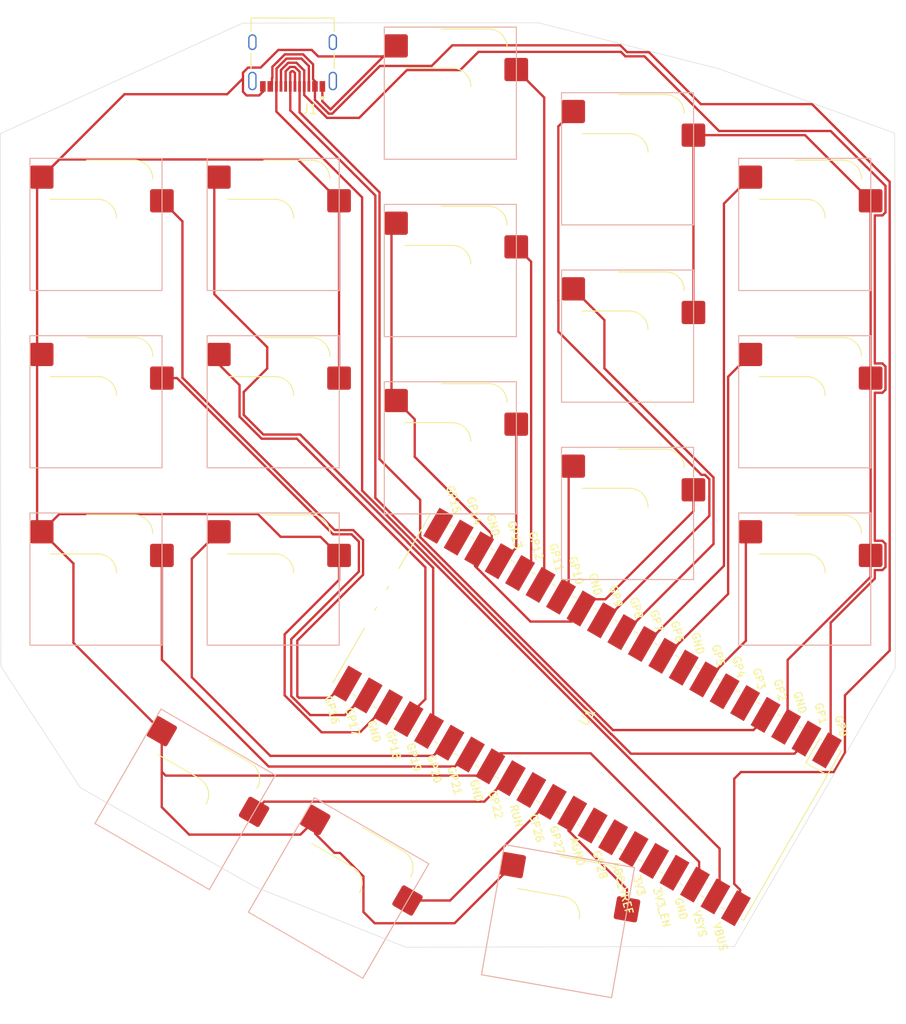
<source format=kicad_pcb>
(kicad_pcb (version 20221018) (generator pcbnew)
  (layers (0 "F.Cu" signal) (31 "B.Cu" signal) (34 "B.Paste" user) (35 "F.Paste" user) (36 "B.SilkS" user "B.Silkscreen") (37 "F.SilkS" user "F.Silkscreen") (38 "B.Mask" user) (39 "F.Mask" user) (44 "Edge.Cuts" user))
  (net 0 "")
  (net 1 "9")
  (net 2 "10")
  (net 3 "11")
  (net 4 "13")
  (net 5 "16")
  (net 6 "17")
  (net 7 "18")
  (net 8 "19")
  (net 9 "20")
  (net 10 "27")
  (net 11 "28")
  (net 12 "21")
  (net 13 "22")
  (net 14 "26")
  (net 15 "GND")
  (net 16 "3v3")
  (net 22 "0")
  (net 23 "1")
  (net 24 "3")
  (net 25 "4")
  (net 26 "6")
  (net 27 "7")
  (net 28 "8")
  (net 29 "5")
  (net 30 "2")
  (net 32 "15")
  (net 33 "14")
  (net 34 "12")
  (net 35 "VSYS")
  (net 36 "Net-(J1-SHIELD-PadS1)")
  (footprint "MCU_RaspberryPi_and_Boards:RPi_Pico_SMD_TH_NO_HOLES" (layer "F.Cu") (at 164.921947 108.534888 -120)
    (fp_text reference "U1")
    (fp_text value "Pico")
  )
  (footprint "TypeC:HRO_TYPE-C-31-M-12" (layer "F.Cu") (at 133.265 36.04 180)
    (fp_text reference "J1")
    (fp_text value "TYPE-C-31-M-12")
  )
  (footprint "ScottoKeebs_Hotswap:Hotswap_MX_1.00u" (layer "B.Cu") (at 188.325 55.617944 180)
    (fp_text reference "SW3" hide)
    (fp_text value "CherryMX" hide)
  )
  (footprint "ScottoKeebs_Hotswap:Hotswap_MX_1.00u" (layer "B.Cu") (at 188.325 74.667944 180)
    (fp_text reference "SW4" hide)
    (fp_text value "CherryMX" hide)
  )
  (footprint "ScottoKeebs_Hotswap:Hotswap_MX_1.00u" (layer "B.Cu") (at 188.325 93.717944 180)
    (fp_text reference "SW5" hide)
    (fp_text value "CherryMX" hide)
  )
  (footprint "ScottoKeebs_Hotswap:Hotswap_MX_1.00u" (layer "B.Cu") (at 169.275 48.567944 180)
    (fp_text reference "SW6" hide)
    (fp_text value "CherryMX" hide)
  )
  (footprint "ScottoKeebs_Hotswap:Hotswap_MX_1.00u" (layer "B.Cu") (at 169.275 67.617944 180)
    (fp_text reference "SW7" hide)
    (fp_text value "CherryMX" hide)
  )
  (footprint "ScottoKeebs_Hotswap:Hotswap_MX_1.00u" (layer "B.Cu") (at 169.275 86.667944 180)
    (fp_text reference "SW8" hide)
    (fp_text value "CherryMX" hide)
  )
  (footprint "ScottoKeebs_Hotswap:Hotswap_MX_1.00u" (layer "B.Cu") (at 150.225 41.517944 180)
    (fp_text reference "SW9" hide)
    (fp_text value "CherryMX" hide)
  )
  (footprint "ScottoKeebs_Hotswap:Hotswap_MX_1.00u" (layer "B.Cu") (at 150.225 60.567944 180)
    (fp_text reference "SW10" hide)
    (fp_text value "CherryMX" hide)
  )
  (footprint "ScottoKeebs_Hotswap:Hotswap_MX_1.00u" (layer "B.Cu") (at 150.225 79.617944 180)
    (fp_text reference "SW11" hide)
    (fp_text value "CherryMX" hide)
  )
  (footprint "ScottoKeebs_Hotswap:Hotswap_MX_1.00u" (layer "B.Cu") (at 131.175 55.617944 180)
    (fp_text reference "SW13" hide)
    (fp_text value "CherryMX" hide)
  )
  (footprint "ScottoKeebs_Hotswap:Hotswap_MX_1.00u" (layer "B.Cu") (at 131.175 74.667944 180)
    (fp_text reference "SW14" hide)
    (fp_text value "CherryMX" hide)
  )
  (footprint "ScottoKeebs_Hotswap:Hotswap_MX_1.00u" (layer "B.Cu") (at 131.175 93.717944 180)
    (fp_text reference "SW15" hide)
    (fp_text value "CherryMX" hide)
  )
  (footprint "ScottoKeebs_Hotswap:Hotswap_MX_1.00u" (layer "B.Cu") (at 138.212357 126.907511 150)
    (fp_text reference "SW16" hide)
    (fp_text value "CherryMX" hide)
  )
  (footprint "ScottoKeebs_Hotswap:Hotswap_MX_1.00u" (layer "B.Cu") (at 112.125 55.617944 180)
    (fp_text reference "SW17" hide)
    (fp_text value "CherryMX" hide)
  )
  (footprint "ScottoKeebs_Hotswap:Hotswap_MX_1.00u" (layer "B.Cu") (at 112.125 74.667944 180)
    (fp_text reference "SW18" hide)
    (fp_text value "CherryMX" hide)
  )
  (footprint "ScottoKeebs_Hotswap:Hotswap_MX_1.00u" (layer "B.Cu") (at 112.125 93.717944 180)
    (fp_text reference "SW19" hide)
    (fp_text value "CherryMX" hide)
  )
  (footprint "ScottoKeebs_Hotswap:Hotswap_MX_1.00u" (layer "B.Cu") (at 121.714573 117.382511 150)
    (fp_text reference "SW20" hide)
    (fp_text value "CherryMX" hide)
  )
  (footprint "ScottoKeebs_Hotswap:Hotswap_MX_1.00u" (layer "B.Cu") (at 161.797177 130.467867 170)
    (fp_text reference "SW1" hide)
    (fp_text value "CherryMX" hide)
  )
  (gr_poly (pts (xy 198 45.82) (xy 179 38.86) (xy 178.93 38.86) (xy 159.76 33.962944) (xy 140.76 33.962944) (xy 127.89 33.99) (xy 101.83 45.872944) (xy 101.9 103.092944) (xy 110.43 116.12) (xy 129.22 126.78) (xy 145.44 133.27) (xy 180.76 133.19) (xy 198.05 103.28) (xy 198.1 84.36)) (stroke (width 0.05)) (fill none) (layer "Edge.Cuts"))
  (segment (start 161.84 63.790044) (end 161.84 67.14) (width 0.25) (layer "F.Cu") (net 1))
  (segment (start 161.84 67.14) (end 177.22 82.52) (width 0.25) (layer "F.Cu") (net 1))
  (segment (start 178.07 82.992844) (end 178.07 86.928312) (width 0.25) (layer "F.Cu") (net 1))
  (segment (start 161.833 63.783044) (end 161.84 63.790044) (width 0.25) (layer "F.Cu") (net 1))
  (segment (start 161.833 45.087944) (end 161.833 63.783044) (width 0.25) (layer "F.Cu") (net 1))
  (segment (start 163.433 43.487944) (end 161.833 45.087944) (width 0.25) (layer "F.Cu") (net 1))
  (segment (start 177.22 82.52) (end 177.597156 82.52) (width 0.25) (layer "F.Cu") (net 1))
  (segment (start 178.07 86.928312) (end 166.06739 98.930922) (width 0.25) (layer "F.Cu") (net 1))
  (segment (start 177.597156 82.52) (end 178.07 82.992844) (width 0.25) (layer "F.Cu") (net 1))
  (segment (start 162.945 95.113903) (end 161.667981 96.390922) (width 0.25) (layer "F.Cu") (net 2))
  (segment (start 163.433 81.587944) (end 162.945 82.075944) (width 0.25) (layer "F.Cu") (net 2))
  (segment (start 162.945 82.075944) (end 162.945 95.113903) (width 0.25) (layer "F.Cu") (net 2))
  (segment (start 157.31 38.977944) (end 160.318277 41.986221) (width 0.25) (layer "F.Cu") (net 3))
  (segment (start 160.318277 41.986221) (end 160.318277 94.270922) (width 0.25) (layer "F.Cu") (net 3))
  (segment (start 160.318277 94.270922) (end 159.468277 95.120922) (width 0.25) (layer "F.Cu") (net 3))
  (segment (start 157.31 77.077944) (end 157.31 90.33979) (width 0.25) (layer "F.Cu") (net 4))
  (segment (start 157.31 90.33979) (end 155.068868 92.580922) (width 0.25) (layer "F.Cu") (net 4))
  (segment (start 133.77 100.33) (end 133.77 106.297208) (width 0.25) (layer "F.Cu") (net 5))
  (segment (start 133.77 106.297208) (end 133.942792 106.47) (width 0.25) (layer "F.Cu") (net 5))
  (segment (start 137.278608 106.47) (end 139.579754 104.168854) (width 0.25) (layer "F.Cu") (net 5))
  (segment (start 139.786396 88.46) (end 140.84 89.513604) (width 0.25) (layer "F.Cu") (net 5))
  (segment (start 121.42 72.08) (end 137.8 88.46) (width 0.25) (layer "F.Cu") (net 5))
  (segment (start 140.84 93.26) (end 133.77 100.33) (width 0.25) (layer "F.Cu") (net 5))
  (segment (start 133.942792 106.47) (end 137.278608 106.47) (width 0.25) (layer "F.Cu") (net 5))
  (segment (start 137.8 88.46) (end 139.786396 88.46) (width 0.25) (layer "F.Cu") (net 5))
  (segment (start 140.84 89.513604) (end 140.84 93.26) (width 0.25) (layer "F.Cu") (net 5))
  (segment (start 121.42 55.287944) (end 121.42 72.08) (width 0.25) (layer "F.Cu") (net 5))
  (segment (start 119.21 53.077944) (end 121.42 55.287944) (width 0.25) (layer "F.Cu") (net 5))
  (segment (start 133.12 100.18) (end 133.12 106.283604) (width 0.25) (layer "F.Cu") (net 6))
  (segment (start 139.6 88.91) (end 140.39 89.7) (width 0.25) (layer "F.Cu") (net 6))
  (segment (start 135.166396 108.33) (end 138.888313 108.33) (width 0.25) (layer "F.Cu") (net 6))
  (segment (start 133.12 106.283604) (end 135.166396 108.33) (width 0.25) (layer "F.Cu") (net 6))
  (segment (start 138.888313 108.33) (end 141.779459 105.438854) (width 0.25) (layer "F.Cu") (net 6))
  (segment (start 119.21 72.127944) (end 120.831548 72.127944) (width 0.25) (layer "F.Cu") (net 6))
  (segment (start 120.831548 72.127944) (end 137.613604 88.91) (width 0.25) (layer "F.Cu") (net 6))
  (segment (start 137.613604 88.91) (end 139.6 88.91) (width 0.25) (layer "F.Cu") (net 6))
  (segment (start 140.39 89.7) (end 140.39 92.91) (width 0.25) (layer "F.Cu") (net 6))
  (segment (start 140.39 92.91) (end 133.12 100.18) (width 0.25) (layer "F.Cu") (net 6))
  (segment (start 127.56 76.266396) (end 127.56 72.88) (width 0.25) (layer "F.Cu") (net 7))
  (segment (start 147.54 106.617722) (end 147.54 92.46) (width 0.25) (layer "F.Cu") (net 7))
  (segment (start 127.56 72.88) (end 125.333 70.653) (width 0.25) (layer "F.Cu") (net 7))
  (segment (start 147.54 92.46) (end 133.72 78.64) (width 0.25) (layer "F.Cu") (net 7))
  (segment (start 125.333 70.653) (end 125.333 69.587944) (width 0.25) (layer "F.Cu") (net 7))
  (segment (start 133.72 78.64) (end 129.933604 78.64) (width 0.25) (layer "F.Cu") (net 7))
  (segment (start 146.178868 107.978854) (end 147.54 106.617722) (width 0.25) (layer "F.Cu") (net 7))
  (segment (start 129.933604 78.64) (end 127.56 76.266396) (width 0.25) (layer "F.Cu") (net 7))
  (segment (start 130.535 71.095) (end 128.01 73.62) (width 0.25) (layer "F.Cu") (net 8))
  (segment (start 145.633632 89.743632) (end 145.633632 89.775851) (width 0.25) (layer "F.Cu") (net 8))
  (segment (start 125.333 50.537944) (end 124.845 51.025944) (width 0.25) (layer "F.Cu") (net 8))
  (segment (start 130.535 68.800938) (end 130.535 71.095) (width 0.25) (layer "F.Cu") (net 8))
  (segment (start 124.845 51.025944) (end 124.845 63.110938) (width 0.25) (layer "F.Cu") (net 8))
  (segment (start 128.01 76.08) (end 130.12 78.19) (width 0.25) (layer "F.Cu") (net 8))
  (segment (start 124.845 63.110938) (end 130.535 68.800938) (width 0.25) (layer "F.Cu") (net 8))
  (segment (start 145.633632 89.775851) (end 148.378572 92.520791) (width 0.25) (layer "F.Cu") (net 8))
  (segment (start 130.12 78.19) (end 134.08 78.19) (width 0.25) (layer "F.Cu") (net 8))
  (segment (start 148.378572 92.520791) (end 148.378572 109.248854) (width 0.25) (layer "F.Cu") (net 8))
  (segment (start 128.01 73.62) (end 128.01 76.08) (width 0.25) (layer "F.Cu") (net 8))
  (segment (start 134.08 78.19) (end 145.633632 89.743632) (width 0.25) (layer "F.Cu") (net 8))
  (segment (start 122.425472 104.265472) (end 130.87 112.71) (width 0.25) (layer "F.Cu") (net 9))
  (segment (start 148.387131 112.71) (end 150.578277 110.518854) (width 0.25) (layer "F.Cu") (net 9))
  (segment (start 130.87 112.71) (end 148.387131 112.71) (width 0.25) (layer "F.Cu") (net 9))
  (segment (start 125.333 88.637944) (end 122.425472 91.545472) (width 0.25) (layer "F.Cu") (net 9))
  (segment (start 122.425472 91.545472) (end 122.425472 104.265472) (width 0.25) (layer "F.Cu") (net 9))
  (segment (start 162.926504 120.749859) (end 162.926504 118.988854) (width 0.25) (layer "F.Cu") (net 10))
  (segment (start 169.215606 127.038961) (end 162.926504 120.749859) (width 0.25) (layer "F.Cu") (net 10))
  (segment (start 169.215606 129.196753) (end 169.215606 127.038961) (width 0.25) (layer "F.Cu") (net 10))
  (segment (start 162.926504 118.988854) (end 163.776504 118.138854) (width 0.25) (layer "F.Cu") (net 10))
  (segment (start 119.21 102.38) (end 119.21 91.177944) (width 0.25) (layer "F.Cu") (net 12))
  (segment (start 130.69 113.86) (end 119.21 102.38) (width 0.25) (layer "F.Cu") (net 12))
  (segment (start 150.706835 113.86) (end 130.69 113.86) (width 0.25) (layer "F.Cu") (net 12))
  (segment (start 152.777981 111.788854) (end 150.706835 113.86) (width 0.25) (layer "F.Cu") (net 12))
  (segment (start 153.875385 117.630859) (end 157.17739 114.328854) (width 0.25) (layer "F.Cu") (net 13))
  (segment (start 130.21481 117.630859) (end 153.875385 117.630859) (width 0.25) (layer "F.Cu") (net 13))
  (segment (start 129.120363 118.725306) (end 130.21481 117.630859) (width 0.25) (layer "F.Cu") (net 13))
  (segment (start 150.195347 128.250306) (end 161.576799 116.868854) (width 0.25) (layer "F.Cu") (net 14))
  (segment (start 145.618147 128.250306) (end 150.195347 128.250306) (width 0.25) (layer "F.Cu") (net 14))
  (segment (start 144.383 55.487944) (end 143.895 55.975944) (width 0.25) (layer "F.Cu") (net 15))
  (segment (start 150.679143 130.697511) (end 142.093999 130.697511) (width 0.25) (layer "F.Cu") (net 15))
  (segment (start 140.881914 129.485426) (end 140.881914 125.660016) (width 0.25) (layer "F.Cu") (net 15))
  (segment (start 146.395 76.549944) (end 146.395 80.585) (width 0.25) (layer "F.Cu") (net 15))
  (segment (start 136.465 42.395) (end 137.34 43.27) (width 0.25) (layer "F.Cu") (net 15))
  (segment (start 109.7 92.054944) (end 109.7 100.566849) (width 0.25) (layer "F.Cu") (net 15))
  (segment (start 135.693037 121.065493) (end 135.693037 119.587102) (width 0.25) (layer "F.Cu") (net 15))
  (segment (start 195.41 93.480711) (end 186.486974 102.403737) (width 0.25) (layer "F.Cu") (net 15))
  (segment (start 138.26 53.077944) (end 133.82 48.637944) (width 0.25) (layer "F.Cu") (net 15))
  (segment (start 142.093999 130.697511) (end 140.881914 129.485426) (width 0.25) (layer "F.Cu") (net 15))
  (segment (start 127.93 39.93) (end 127.93 39.31) (width 0.25) (layer "F.Cu") (net 15))
  (segment (start 130.065 40.79) (end 130.065 41.365) (width 0.25) (layer "F.Cu") (net 15))
  (segment (start 138.26 53.077944) (end 138.26 72.127944) (width 0.25) (layer "F.Cu") (net 15))
  (segment (start 144.172056 36.437944) (end 144.383 36.437944) (width 0.25) (layer "F.Cu") (net 15))
  (segment (start 158.839248 98.283165) (end 163.245443 98.283165) (width 0.25) (layer "F.Cu") (net 15))
  (segment (start 136.465 40.79) (end 136.465 42.395) (width 0.25) (layer "F.Cu") (net 15))
  (segment (start 122.145816 121.172511) (end 119.195253 118.221948) (width 0.25) (layer "F.Cu") (net 15))
  (segment (start 153.202719 114.833821) (end 119.619074 114.833821) (width 0.25) (layer "F.Cu") (net 15))
  (segment (start 132.41 99.65) (end 132.41 106.21) (width 0.25) (layer "F.Cu") (net 15))
  (segment (start 195.41 53.077944) (end 188.36 46.027944) (width 0.25) (layer "F.Cu") (net 15))
  (segment (start 152.869163 92.31308) (end 158.839248 98.283165) (width 0.25) (layer "F.Cu") (net 15))
  (segment (start 134.107628 121.172511) (end 122.145816 121.172511) (width 0.25) (layer "F.Cu") (net 15))
  (segment (start 163.245443 98.283165) (end 163.867686 97.660922) (width 0.25) (layer "F.Cu") (net 15))
  (segment (start 127.93 41.37) (end 127.93 39.93) (width 0.25) (layer "F.Cu") (net 15))
  (segment (start 143.250944 37.57) (end 144.383 36.437944) (width 0.25) (layer "F.Cu") (net 15))
  (segment (start 131.73 36.87) (end 135.32 36.87) (width 0.25) (layer "F.Cu") (net 15))
  (segment (start 140.881914 125.660016) (end 138.36 123.138102) (width 0.25) (layer "F.Cu") (net 15))
  (segment (start 176.36 86.430711) (end 166.904756 95.885955) (width 0.25) (layer "F.Cu") (net 15))
  (segment (start 140.508017 110.18) (end 143.979163 106.708854) (width 0.25) (layer "F.Cu") (net 15))
  (segment (start 108.183 86.737944) (end 106.283 88.637944) (width 0.25) (layer "F.Cu") (net 15))
  (segment (start 128.32 41.76) (end 127.93 41.37) (width 0.25) (layer "F.Cu") (net 15))
  (segment (start 135.693037 119.587102) (end 134.107628 121.172511) (width 0.25) (layer "F.Cu") (net 15))
  (segment (start 105.795 70.075944) (end 105.795 88.149944) (width 0.25) (layer "F.Cu") (net 15))
  (segment (start 106.283 69.587944) (end 105.795 70.075944) (width 0.25) (layer "F.Cu") (net 15))
  (segment (start 108.183 48.637944) (end 106.283 50.537944) (width 0.25) (layer "F.Cu") (net 15))
  (segment (start 195.41 91.177944) (end 195.41 72.127944) (width 0.25) (layer "F.Cu") (net 15))
  (segment (start 154.977686 113.058854) (end 155.599929 112.436611) (width 0.25) (layer "F.Cu") (net 15))
  (segment (start 119.619074 114.833821) (end 119.195253 114.41) (width 0.25) (layer "F.Cu") (net 15))
  (segment (start 119.195253 114.41) (end 119.195253 110.062102) (width 0.25) (layer "F.Cu") (net 15))
  (segment (start 133.82 48.637944) (end 108.183 48.637944) (width 0.25) (layer "F.Cu") (net 15))
  (segment (start 126.23 41.63) (end 127.93 39.93) (width 0.25) (layer "F.Cu") (net 15))
  (segment (start 176.36 46.027944) (end 176.36 65.077944) (width 0.25) (layer "F.Cu") (net 15))
  (segment (start 176.974731 124.104731) (end 176.974731 125.758854) (width 0.25) (layer "F.Cu") (net 15))
  (segment (start 144.383 74.537944) (end 146.395 76.549944) (width 0.25) (layer "F.Cu") (net 15))
  (segment (start 129.67 41.76) (end 128.32 41.76) (width 0.25) (layer "F.Cu") (net 15))
  (segment (start 154.977686 113.058854) (end 153.202719 114.833821) (width 0.25) (layer "F.Cu") (net 15))
  (segment (start 188.36 46.027944) (end 176.36 46.027944) (width 0.25) (layer "F.Cu") (net 15))
  (segment (start 152.869163 91.310922) (end 152.869163 92.31308) (width 0.25) (layer "F.Cu") (net 15))
  (segment (start 105.795 51.025944) (end 105.795 69.099944) (width 0.25) (layer "F.Cu") (net 15))
  (segment (start 119.195253 118.221948) (end 119.195253 114.41) (width 0.25) (layer "F.Cu") (net 15))
  (segment (start 138.26 91.177944) (end 138.26 93.8) (width 0.25) (layer "F.Cu") (net 15))
  (segment (start 129.535152 86.737944) (end 108.183 86.737944) (width 0.25) (layer "F.Cu") (net 15))
  (segment (start 127.93 39.31) (end 128.47 38.77) (width 0.25) (layer "F.Cu") (net 15))
  (segment (start 136.262056 89.18) (end 131.977208 89.18) (width 0.25) (layer "F.Cu") (net 15))
  (segment (start 176.36 84.127944) (end 176.36 86.430711) (width 0.25) (layer "F.Cu") (net 15))
  (segment (start 186.486974 109.738679) (end 185.864731 110.360922) (width 0.25) (layer "F.Cu") (net 15))
  (segment (start 137.765646 123.138102) (end 135.693037 121.065493) (width 0.25) (layer "F.Cu") (net 15))
  (segment (start 136.02 37.57) (end 143.250944 37.57) (width 0.25) (layer "F.Cu") (net 15))
  (segment (start 154.67 89.510085) (end 152.869163 91.310922) (width 0.25) (layer "F.Cu") (net 15))
  (segment (start 105.795 69.099944) (end 106.283 69.587944) (width 0.25) (layer "F.Cu") (net 15))
  (segment (start 143.895 55.975944) (end 143.895 74.049944) (width 0.25) (layer "F.Cu") (net 15))
  (segment (start 195.41 91.177944) (end 195.41 93.480711) (width 0.25) (layer "F.Cu") (net 15))
  (segment (start 136.38 110.18) (end 140.508017 110.18) (width 0.25) (layer "F.Cu") (net 15))
  (segment (start 138.36 123.138102) (end 137.765646 123.138102) (width 0.25) (layer "F.Cu") (net 15))
  (segment (start 135.32 36.87) (end 136.02 37.57) (width 0.25) (layer "F.Cu") (net 15))
  (segment (start 143.895 74.049944) (end 144.383 74.537944) (width 0.25) (layer "F.Cu") (net 15))
  (segment (start 155.599929 112.436611) (end 165.306611 112.436611) (width 0.25) (layer "F.Cu") (net 15))
  (segment (start 132.41 106.21) (end 136.38 110.18) (width 0.25) (layer "F.Cu") (net 15))
  (segment (start 138.26 93.8) (end 132.41 99.65) (width 0.25) (layer "F.Cu") (net 15))
  (segment (start 106.283 50.537944) (end 105.795 51.025944) (width 0.25) (layer "F.Cu") (net 15))
  (segment (start 115.190944 41.63) (end 126.23 41.63) (width 0.25) (layer "F.Cu") (net 15))
  (segment (start 137.34 43.27) (end 144.172056 36.437944) (width 0.25) (layer "F.Cu") (net 15))
  (segment (start 138.26 91.177944) (end 136.262056 89.18) (width 0.25) (layer "F.Cu") (net 15))
  (segment (start 156.926063 124.450591) (end 150.679143 130.697511) (width 0.25) (layer "F.Cu") (net 15))
  (segment (start 165.306611 112.436611) (end 176.974731 124.104731) (width 0.25) (layer "F.Cu") (net 15))
  (segment (start 166.904756 95.885955) (end 165.642653 95.885955) (width 0.25) (layer "F.Cu") (net 15))
  (segment (start 128.47 38.77) (end 129.83 38.77) (width 0.25) (layer "F.Cu") (net 15))
  (segment (start 130.065 41.365) (end 129.67 41.76) (width 0.25) (layer "F.Cu") (net 15))
  (segment (start 129.83 38.77) (end 131.73 36.87) (width 0.25) (layer "F.Cu") (net 15))
  (segment (start 106.283 50.537944) (end 115.190944 41.63) (width 0.25) (layer "F.Cu") (net 15))
  (segment (start 146.395 80.585) (end 154.67 88.86) (width 0.25) (layer "F.Cu") (net 15))
  (segment (start 105.795 88.149944) (end 106.283 88.637944) (width 0.25) (layer "F.Cu") (net 15))
  (segment (start 106.283 88.637944) (end 109.7 92.054944) (width 0.25) (layer "F.Cu") (net 15))
  (segment (start 165.642653 95.885955) (end 163.867686 97.660922) (width 0.25) (layer "F.Cu") (net 15))
  (segment (start 195.41 72.127944) (end 195.41 53.077944) (width 0.25) (layer "F.Cu") (net 15))
  (segment (start 154.67 88.86) (end 154.67 89.510085) (width 0.25) (layer "F.Cu") (net 15))
  (segment (start 109.7 100.566849) (end 119.195253 110.062102) (width 0.25) (layer "F.Cu") (net 15))
  (segment (start 131.977208 89.18) (end 129.535152 86.737944) (width 0.25) (layer "F.Cu") (net 15))
  (segment (start 186.486974 102.403737) (end 186.486974 109.738679) (width 0.25) (layer "F.Cu") (net 15))
  (segment (start 171.574417 37.11) (end 169.23 37.11) (width 0.25) (layer "F.Cu") (net 16))
  (segment (start 181.37414 127.096773) (end 180.745 126.467633) (width 0.25) (layer "F.Cu") (net 16))
  (segment (start 177.162071 42.697654) (end 171.574417 37.11) (width 0.25) (layer "F.Cu") (net 16))
  (segment (start 169.23 37.11) (end 168.495 36.375) (width 0.25) (layer "F.Cu") (net 16))
  (segment (start 192.650262 112.371248) (end 192.650262 106.209738) (width 0.25) (layer "F.Cu") (net 16))
  (segment (start 197.46 51.04471) (end 189.112944 42.697654) (width 0.25) (layer "F.Cu") (net 16))
  (segment (start 197.46 101.4) (end 197.46 51.04471) (width 0.25) (layer "F.Cu") (net 16))
  (segment (start 135.465 38.419416) (end 135.465 40.028604) (width 0.25) (layer "F.Cu") (net 16))
  (segment (start 180.745 126.467633) (end 180.745 115.175) (width 0.25) (layer "F.Cu") (net 16))
  (segment (start 181.466689 114.453311) (end 191.446689 114.453311) (width 0.25) (layer "F.Cu") (net 16))
  (segment (start 131.04 40.615) (end 131.04 39.913604) (width 0.25) (layer "F.Cu") (net 16))
  (segment (start 131.09 38.684416) (end 132.424416 37.35) (width 0.25) (layer "F.Cu") (net 16))
  (segment (start 130.865 40.79) (end 131.04 40.615) (width 0.25) (layer "F.Cu") (net 16))
  (segment (start 135.665 40.228604) (end 135.665 40.79) (width 0.25) (layer "F.Cu") (net 16))
  (segment (start 189.112944 42.697654) (end 177.162071 42.697654) (width 0.25) (layer "F.Cu") (net 16))
  (segment (start 181.37414 128.298854) (end 181.37414 127.096773) (width 0.25) (layer "F.Cu") (net 16))
  (segment (start 150.43495 36.375) (end 148.21995 38.59) (width 0.25) (layer "F.Cu") (net 16))
  (segment (start 131.04 39.913604) (end 131.09 39.863604) (width 0.25) (layer "F.Cu") (net 16))
  (segment (start 192.650262 106.209738) (end 197.46 101.4) (width 0.25) (layer "F.Cu") (net 16))
  (segment (start 131.09 39.863604) (end 131.09 38.684416) (width 0.25) (layer "F.Cu") (net 16))
  (segment (start 134.395584 37.35) (end 135.465 38.419416) (width 0.25) (layer "F.Cu") (net 16))
  (segment (start 142.656396 38.59) (end 137.526396 43.72) (width 0.25) (layer "F.Cu") (net 16))
  (segment (start 135.465 40.028604) (end 135.665 40.228604) (width 0.25) (layer "F.Cu") (net 16))
  (segment (start 137.153604 43.72) (end 135.665 42.231396) (width 0.25) (layer "F.Cu") (net 16))
  (segment (start 180.745 115.175) (end 181.466689 114.453311) (width 0.25) (layer "F.Cu") (net 16))
  (segment (start 137.526396 43.72) (end 137.153604 43.72) (width 0.25) (layer "F.Cu") (net 16))
  (segment (start 148.21995 38.59) (end 142.656396 38.59) (width 0.25) (layer "F.Cu") (net 16))
  (segment (start 168.495 36.375) (end 150.43495 36.375) (width 0.25) (layer "F.Cu") (net 16))
  (segment (start 132.424416 37.35) (end 134.395584 37.35) (width 0.25) (layer "F.Cu") (net 16))
  (segment (start 135.665 42.231396) (end 135.665 40.79) (width 0.25) (layer "F.Cu") (net 16))
  (segment (start 191.446689 114.453311) (end 192.650262 112.371248) (width 0.25) (layer "F.Cu") (net 16))
  (segment (start 132.015 39.032208) (end 132.797208 38.25) (width 0.25) (layer "F.Cu") (net 22))
  (segment (start 195.86 54.652944) (end 195.86 70.552944) (width 0.25) (layer "F.Cu") (net 22))
  (segment (start 168.561548 37.077944) (end 169.043604 37.56) (width 0.25) (layer "F.Cu") (net 22))
  (segment (start 151.28 39.04) (end 153.242056 37.077944) (width 0.25) (layer "F.Cu") (net 22))
  (segment (start 136.967208 44.17) (end 140.42 44.17) (width 0.25) (layer "F.Cu") (net 22))
  (segment (start 134.515 40.79) (end 134.515 41.717792) (width 0.25) (layer "F.Cu") (net 22))
  (segment (start 191.11414 98.412967) (end 191.11414 112.050922) (width 0.25) (layer "F.Cu") (net 22))
  (segment (start 194.960641 49.420641) (end 197.01 51.47) (width 0.25) (layer "F.Cu") (net 22))
  (segment (start 196.6801 89.602944) (end 197.01 89.932844) (width 0.25) (layer "F.Cu") (net 22))
  (segment (start 196.6801 54.652944) (end 195.86 54.652944) (width 0.25) (layer "F.Cu") (net 22))
  (segment (start 140.42 44.17) (end 145.55 39.04) (width 0.25) (layer "F.Cu") (net 22))
  (segment (start 195.86 73.702944) (end 195.86 89.602944) (width 0.25) (layer "F.Cu") (net 22))
  (segment (start 196.6801 92.752944) (end 195.86 92.752944) (width 0.25) (layer "F.Cu") (net 22))
  (segment (start 197.01 51.47) (end 197.01 54.323044) (width 0.25) (layer "F.Cu") (net 22))
  (segment (start 195.86 70.552944) (end 196.6801 70.552944) (width 0.25) (layer "F.Cu") (net 22))
  (segment (start 179.111548 45.577944) (end 191.107303 45.577944) (width 0.25) (layer "F.Cu") (net 22))
  (segment (start 197.01 70.882844) (end 197.01 73.373044) (width 0.25) (layer "F.Cu") (net 22))
  (segment (start 197.01 54.323044) (end 196.6801 54.652944) (width 0.25) (layer "F.Cu") (net 22))
  (segment (start 133.682792 38.25) (end 134.515 39.082208) (width 0.25) (layer "F.Cu") (net 22))
  (segment (start 197.01 89.932844) (end 197.01 92.423044) (width 0.25) (layer "F.Cu") (net 22))
  (segment (start 132.797208 38.25) (end 133.682792 38.25) (width 0.25) (layer "F.Cu") (net 22))
  (segment (start 134.515 41.717792) (end 136.967208 44.17) (width 0.25) (layer "F.Cu") (net 22))
  (segment (start 134.515 39.082208) (end 134.515 40.79) (width 0.25) (layer "F.Cu") (net 22))
  (segment (start 195.86 92.752944) (end 195.86 93.667107) (width 0.25) (layer "F.Cu") (net 22))
  (segment (start 196.6801 73.702944) (end 195.86 73.702944) (width 0.25) (layer "F.Cu") (net 22))
  (segment (start 195.86 93.667107) (end 191.11414 98.412967) (width 0.25) (layer "F.Cu") (net 22))
  (segment (start 169.043604 37.56) (end 171.093604 37.56) (width 0.25) (layer "F.Cu") (net 22))
  (segment (start 196.6801 70.552944) (end 197.01 70.882844) (width 0.25) (layer "F.Cu") (net 22))
  (segment (start 197.01 92.423044) (end 196.6801 92.752944) (width 0.25) (layer "F.Cu") (net 22))
  (segment (start 191.107303 45.577944) (end 194.95 49.420641) (width 0.25) (layer "F.Cu") (net 22))
  (segment (start 191.11414 112.050922) (end 190.26414 112.900922) (width 0.25) (layer "F.Cu") (net 22))
  (segment (start 153.242056 37.077944) (end 168.561548 37.077944) (width 0.25) (layer "F.Cu") (net 22))
  (segment (start 145.55 39.04) (end 151.28 39.04) (width 0.25) (layer "F.Cu") (net 22))
  (segment (start 197.01 73.373044) (end 196.6801 73.702944) (width 0.25) (layer "F.Cu") (net 22))
  (segment (start 132.015 40.79) (end 132.015 39.032208) (width 0.25) (layer "F.Cu") (net 22))
  (segment (start 194.95 49.420641) (end 194.960641 49.420641) (width 0.25) (layer "F.Cu") (net 22))
  (segment (start 195.86 89.602944) (end 196.6801 89.602944) (width 0.25) (layer "F.Cu") (net 22))
  (segment (start 171.093604 37.56) (end 179.111548 45.577944) (width 0.25) (layer "F.Cu") (net 22))
  (segment (start 146.533632 89.403059) (end 146.533632 89.37084) (width 0.25) (layer "F.Cu") (net 23))
  (segment (start 142.16 84.997208) (end 142.16 52.505852) (width 0.25) (layer "F.Cu") (net 23))
  (segment (start 167.521495 110.390922) (end 146.533632 89.403059) (width 0.25) (layer "F.Cu") (net 23))
  (segment (start 187.214435 112.480922) (end 169.643714 112.480922) (width 0.25) (layer "F.Cu") (net 23))
  (segment (start 133.515 39.355) (end 133.515 40.79) (width 0.25) (layer "F.Cu") (net 23))
  (segment (start 167.553714 110.390922) (end 167.521495 110.390922) (width 0.25) (layer "F.Cu") (net 23))
  (segment (start 188.064435 111.630922) (end 187.214435 112.480922) (width 0.25) (layer "F.Cu") (net 23))
  (segment (start 142.16 52.505852) (end 133.015 43.360852) (width 0.25) (layer "F.Cu") (net 23))
  (segment (start 133.31 39.15) (end 133.515 39.355) (width 0.25) (layer "F.Cu") (net 23))
  (segment (start 169.643714 112.480922) (end 167.553714 110.390922) (width 0.25) (layer "F.Cu") (net 23))
  (segment (start 133.015 40.79) (end 133.015 39.305) (width 0.25) (layer "F.Cu") (net 23))
  (segment (start 133.17 39.15) (end 133.31 39.15) (width 0.25) (layer "F.Cu") (net 23))
  (segment (start 146.533632 89.37084) (end 142.16 84.997208) (width 0.25) (layer "F.Cu") (net 23))
  (segment (start 133.015 39.305) (end 133.17 39.15) (width 0.25) (layer "F.Cu") (net 23))
  (segment (start 133.015 43.360852) (end 133.015 40.79) (width 0.25) (layer "F.Cu") (net 23))
  (segment (start 180.09 95.317426) (end 172.666504 102.740922) (width 0.25) (layer "F.Cu") (net 26))
  (segment (start 180.09 71.980944) (end 180.09 95.317426) (width 0.25) (layer "F.Cu") (net 26))
  (segment (start 182.483 69.587944) (end 180.09 71.980944) (width 0.25) (layer "F.Cu") (net 26))
  (segment (start 179.64 92.297721) (end 170.466799 101.470922) (width 0.25) (layer "F.Cu") (net 27))
  (segment (start 179.64 53.380944) (end 179.64 92.297721) (width 0.25) (layer "F.Cu") (net 27))
  (segment (start 182.483 50.537944) (end 179.64 53.380944) (width 0.25) (layer "F.Cu") (net 27))
  (segment (start 166.786396 71.072844) (end 178.52 82.806448) (width 0.25) (layer "F.Cu") (net 28))
  (segment (start 178.52 82.806448) (end 178.52 89.948017) (width 0.25) (layer "F.Cu") (net 28))
  (segment (start 166.786396 65.89134) (end 166.786396 71.072844) (width 0.25) (layer "F.Cu") (net 28))
  (segment (start 163.433 62.537944) (end 166.786396 65.89134) (width 0.25) (layer "F.Cu") (net 28))
  (segment (start 178.52 89.948017) (end 168.267095 100.200922) (width 0.25) (layer "F.Cu") (net 28))
  (segment (start 181.995 100.351835) (end 177.065913 105.280922) (width 0.25) (layer "F.Cu") (net 29))
  (segment (start 182.483 88.637944) (end 181.995 89.125944) (width 0.25) (layer "F.Cu") (net 29))
  (segment (start 181.995 89.125944) (end 181.995 100.351835) (width 0.25) (layer "F.Cu") (net 29))
  (segment (start 132.515 39.168604) (end 132.983604 38.7) (width 0.25) (layer "F.Cu") (net 30))
  (segment (start 142.61 80.834999) (end 142.61 52.17) (width 0.25) (layer "F.Cu") (net 30))
  (segment (start 142.61 52.17) (end 134.015 43.575) (width 0.25) (layer "F.Cu") (net 30))
  (segment (start 146.983632 89.216663) (end 146.983632 85.208631) (width 0.25) (layer "F.Cu") (net 30))
  (segment (start 134.015 43.575) (end 134.015 40.79) (width 0.25) (layer "F.Cu") (net 30))
  (segment (start 134.015 39.218604) (end 134.015 40.79) (width 0.25) (layer "F.Cu") (net 30))
  (segment (start 167.707891 109.940922) (end 146.983632 89.216663) (width 0.25) (layer "F.Cu") (net 30))
  (segment (start 182.815026 109.940922) (end 167.707891 109.940922) (width 0.25) (layer "F.Cu") (net 30))
  (segment (start 183.665026 109.090922) (end 182.815026 109.940922) (width 0.25) (layer "F.Cu") (net 30))
  (segment (start 132.515 40.79) (end 132.515 39.168604) (width 0.25) (layer "F.Cu") (net 30))
  (segment (start 132.983604 38.7) (end 133.496396 38.7) (width 0.25) (layer "F.Cu") (net 30))
  (segment (start 133.496396 38.7) (end 134.015 39.218604) (width 0.25) (layer "F.Cu") (net 30))
  (segment (start 146.983632 85.208631) (end 142.61 80.834999) (width 0.25) (layer "F.Cu") (net 30))
  (segment (start 158.91 92.209494) (end 157.268572 93.850922) (width 0.25) (layer "F.Cu") (net 34))
  (segment (start 158.91 59.627944) (end 158.91 92.209494) (width 0.25) (layer "F.Cu") (net 34))
  (segment (start 157.31 58.027944) (end 158.91 59.627944) (width 0.25) (layer "F.Cu") (net 34))
  (segment (start 179.174435 127.028854) (end 179.174435 122.680258) (width 0.25) (layer "F.Cu") (net 35))
  (segment (start 131.515 43.487844) (end 131.515 40.79) (width 0.25) (layer "F.Cu") (net 35))
  (segment (start 135.015 38.605812) (end 135.015 40.79) (width 0.25) (layer "F.Cu") (net 35))
  (segment (start 131.54 38.870812) (end 132.610812 37.8) (width 0.25) (layer "F.Cu") (net 35))
  (segment (start 140.74 52.712844) (end 131.515 43.487844) (width 0.25) (layer "F.Cu") (net 35))
  (segment (start 131.515 40.79) (end 131.54 40.765) (width 0.25) (layer "F.Cu") (net 35))
  (segment (start 140.74 84.213604) (end 140.74 52.712844) (width 0.25) (layer "F.Cu") (net 35))
  (segment (start 132.610812 37.8) (end 134.209188 37.8) (width 0.25) (layer "F.Cu") (net 35))
  (segment (start 179.174435 122.680258) (end 146.083632 89.589455) (width 0.25) (layer "F.Cu") (net 35))
  (segment (start 134.209188 37.8) (end 135.015 38.605812) (width 0.25) (layer "F.Cu") (net 35))
  (segment (start 146.083632 89.557236) (end 140.74 84.213604) (width 0.25) (layer "F.Cu") (net 35))
  (segment (start 131.54 40.765) (end 131.54 38.870812) (width 0.25) (layer "F.Cu") (net 35))
  (segment (start 146.083632 89.589455) (end 146.083632 89.557236) (width 0.25) (layer "F.Cu") (net 35))
)
</source>
